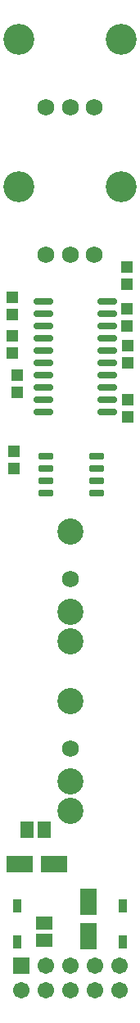
<source format=gts>
G04 Layer_Color=8388736*
%FSLAX25Y25*%
%MOIN*%
G70*
G01*
G75*
%ADD36O,0.08083X0.02965*%
%ADD37R,0.07099X0.11036*%
%ADD38R,0.03556X0.05524*%
G04:AMPARAMS|DCode=39|XSize=29.65mil|YSize=57.21mil|CornerRadius=5.95mil|HoleSize=0mil|Usage=FLASHONLY|Rotation=90.000|XOffset=0mil|YOffset=0mil|HoleType=Round|Shape=RoundedRectangle|*
%AMROUNDEDRECTD39*
21,1,0.02965,0.04532,0,0,90.0*
21,1,0.01776,0.05721,0,0,90.0*
1,1,0.01190,0.02266,0.00888*
1,1,0.01190,0.02266,-0.00888*
1,1,0.01190,-0.02266,-0.00888*
1,1,0.01190,-0.02266,0.00888*
%
%ADD39ROUNDEDRECTD39*%
%ADD40R,0.06509X0.05328*%
%ADD41R,0.05131X0.05131*%
%ADD42R,0.11036X0.07099*%
%ADD43R,0.05328X0.06509*%
%ADD44C,0.06800*%
%ADD45C,0.10642*%
%ADD46C,0.12611*%
%ADD47C,0.06706*%
%ADD48R,0.06706X0.06706*%
D36*
X42500Y243000D02*
D03*
Y248000D02*
D03*
Y253000D02*
D03*
Y258000D02*
D03*
Y263000D02*
D03*
Y268000D02*
D03*
Y273000D02*
D03*
Y278000D02*
D03*
Y283000D02*
D03*
Y288000D02*
D03*
X16500Y243000D02*
D03*
Y248000D02*
D03*
Y253000D02*
D03*
Y258000D02*
D03*
Y263000D02*
D03*
Y268000D02*
D03*
Y273000D02*
D03*
Y278000D02*
D03*
Y283000D02*
D03*
Y288000D02*
D03*
D37*
X35000Y43587D02*
D03*
Y29413D02*
D03*
D38*
X49000Y27217D02*
D03*
Y41783D02*
D03*
X6000Y41783D02*
D03*
Y27217D02*
D03*
D39*
X38335Y210000D02*
D03*
Y215000D02*
D03*
Y220000D02*
D03*
Y225000D02*
D03*
X17665Y210000D02*
D03*
Y215000D02*
D03*
Y220000D02*
D03*
Y225000D02*
D03*
D40*
X17000Y35043D02*
D03*
Y27957D02*
D03*
D41*
X50500Y285043D02*
D03*
Y277957D02*
D03*
X50500Y302043D02*
D03*
Y294957D02*
D03*
X51000Y270043D02*
D03*
Y262957D02*
D03*
X4000Y282457D02*
D03*
Y289543D02*
D03*
Y266957D02*
D03*
Y274043D02*
D03*
X51000Y248043D02*
D03*
Y240957D02*
D03*
X6000Y258043D02*
D03*
Y250957D02*
D03*
X4500Y219957D02*
D03*
Y227043D02*
D03*
D42*
X6913Y59000D02*
D03*
X21087D02*
D03*
D43*
X9957Y73000D02*
D03*
X17043D02*
D03*
D44*
X27500Y106000D02*
D03*
Y366941D02*
D03*
X17658D02*
D03*
X37343D02*
D03*
X27500Y175000D02*
D03*
Y306941D02*
D03*
X17658D02*
D03*
X37343D02*
D03*
D45*
X27500Y125370D02*
D03*
Y92693D02*
D03*
Y80488D02*
D03*
Y194370D02*
D03*
Y161693D02*
D03*
Y149488D02*
D03*
D46*
X48366Y394500D02*
D03*
X6634D02*
D03*
X48366Y334500D02*
D03*
X6634D02*
D03*
D47*
X47500Y7500D02*
D03*
Y17500D02*
D03*
X37500Y7500D02*
D03*
Y17500D02*
D03*
X27500Y7500D02*
D03*
Y17500D02*
D03*
X17500Y7500D02*
D03*
Y17500D02*
D03*
X7500Y7500D02*
D03*
D48*
Y17500D02*
D03*
M02*

</source>
